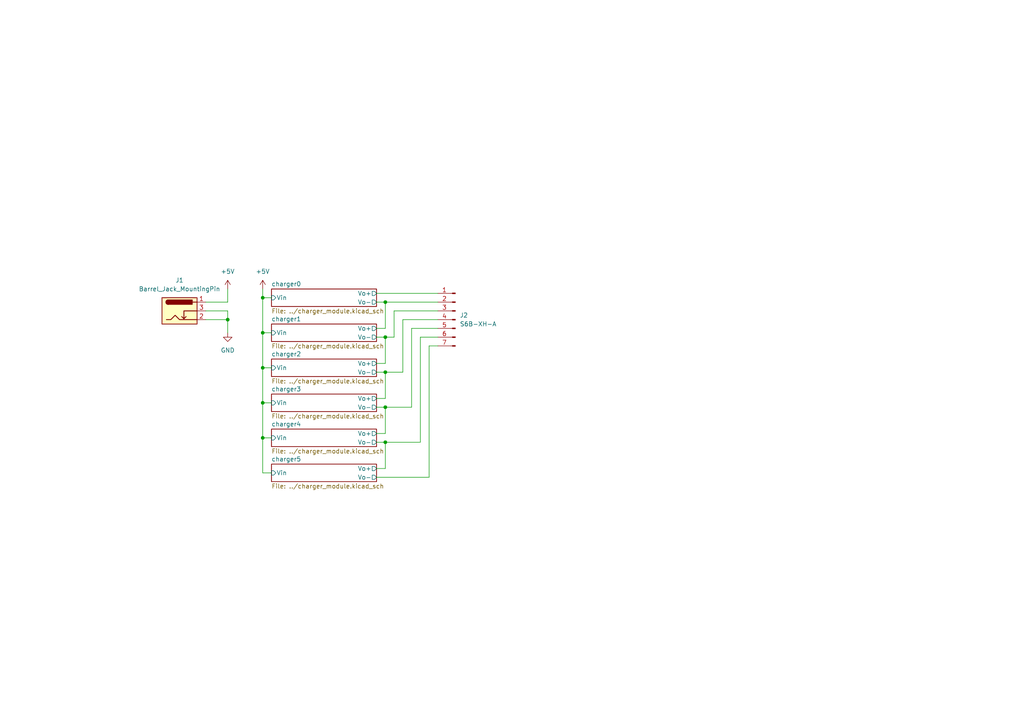
<source format=kicad_sch>
(kicad_sch (version 20230121) (generator eeschema)
  (paper "A4")
  (lib_symbols
    (symbol "Connector:Barrel_Jack_Switch" (pin_names hide)
      (property "Reference" "J" (at 0 5.334 0))
      (property "Value" "Barrel_Jack_Switch" (at 0 -5.08 0))
      (symbol "Barrel_Jack_Switch_0_1"
        (rectangle (start -5.08 3.81) (end 5.08 -3.81) (stroke (width 0.254)) (fill (type background)))
        (arc (start -3.302 3.175) (mid -3.9343 2.54) (end -3.302 1.905) (stroke (width 0.254)))
        (arc (start -3.302 3.175) (mid -3.9343 2.54) (end -3.302 1.905) (stroke (width 0.254)) (fill (type outline)))
        (polyline (pts (xy 1.27 -2.286) (xy 1.905 -1.651)) (stroke (width 0.254)))
        (polyline (pts (xy 5.08 2.54) (xy 3.81 2.54)) (stroke (width 0.254)))
        (polyline (pts (xy 5.08 0) (xy 1.27 0) (xy 1.27 -2.286) (xy 0.635 -1.651)) (stroke (width 0.254)))
        (polyline (pts (xy -3.81 -2.54) (xy -2.54 -2.54) (xy -1.27 -1.27) (xy 0 -2.54) (xy 2.54 -2.54) (xy 5.08 -2.54)) (stroke (width 0.254)))
        (rectangle (start 3.683 3.175) (end -3.302 1.905) (stroke (width 0.254)) (fill (type outline)))
      )
      (symbol "Barrel_Jack_Switch_1_1"
        (pin passive line (at 7.62 2.54 180) (length 2.54) (name "~") (number "1"))
        (pin passive line (at 7.62 -2.54 180) (length 2.54) (name "~") (number "2"))
        (pin passive line (at 7.62 0 180) (length 2.54) (name "~") (number "3"))
      )
    )
    (symbol "Connector:Conn_01x07_Pin" (pin_names (offset 1.016) hide)
      (property "Reference" "J" (at 0 10.16 0))
      (property "Value" "Conn_01x07_Pin" (at 0 -10.16 0))
      (symbol "Conn_01x07_Pin_1_1"
        (polyline (pts (xy 1.27 -7.62) (xy 0.8636 -7.62)) (stroke (width 0.1524)))
        (polyline (pts (xy 1.27 -5.08) (xy 0.8636 -5.08)) (stroke (width 0.1524)))
        (polyline (pts (xy 1.27 -2.54) (xy 0.8636 -2.54)) (stroke (width 0.1524)))
        (polyline (pts (xy 1.27 0) (xy 0.8636 0)) (stroke (width 0.1524)))
        (polyline (pts (xy 1.27 2.54) (xy 0.8636 2.54)) (stroke (width 0.1524)))
        (polyline (pts (xy 1.27 5.08) (xy 0.8636 5.08)) (stroke (width 0.1524)))
        (polyline (pts (xy 1.27 7.62) (xy 0.8636 7.62)) (stroke (width 0.1524)))
        (rectangle (start 0.8636 -7.493) (end 0 -7.747) (stroke (width 0.1524)) (fill (type outline)))
        (rectangle (start 0.8636 -4.953) (end 0 -5.207) (stroke (width 0.1524)) (fill (type outline)))
        (rectangle (start 0.8636 -2.413) (end 0 -2.667) (stroke (width 0.1524)) (fill (type outline)))
        (rectangle (start 0.8636 0.127) (end 0 -0.127) (stroke (width 0.1524)) (fill (type outline)))
        (rectangle (start 0.8636 2.667) (end 0 2.413) (stroke (width 0.1524)) (fill (type outline)))
        (rectangle (start 0.8636 5.207) (end 0 4.953) (stroke (width 0.1524)) (fill (type outline)))
        (rectangle (start 0.8636 7.747) (end 0 7.493) (stroke (width 0.1524)) (fill (type outline)))
        (pin passive line (at 5.08 7.62 180) (length 3.81) (name "Pin_1") (number "1"))
        (pin passive line (at 5.08 5.08 180) (length 3.81) (name "Pin_2") (number "2"))
        (pin passive line (at 5.08 2.54 180) (length 3.81) (name "Pin_3") (number "3"))
        (pin passive line (at 5.08 0 180) (length 3.81) (name "Pin_4") (number "4"))
        (pin passive line (at 5.08 -2.54 180) (length 3.81) (name "Pin_5") (number "5"))
        (pin passive line (at 5.08 -5.08 180) (length 3.81) (name "Pin_6") (number "6"))
        (pin passive line (at 5.08 -7.62 180) (length 3.81) (name "Pin_7") (number "7"))
      )
    )
    (symbol "power:+5V" (power) (pin_names (offset 0))
      (property "Value" "+5V" (at 0 3.556 0))
      (symbol "+5V_0_1"
        (polyline (pts (xy -0.762 1.27) (xy 0 2.54)))
        (polyline (pts (xy 0 0) (xy 0 2.54)))
        (polyline (pts (xy 0 2.54) (xy 0.762 1.27)))
      )
      (symbol "+5V_1_1"
        (pin power_in line (at 0 0 90) (length 0) hide (name "+5V") (number "1"))
      )
    )
    (symbol "power:GND" (power) (pin_names (offset 0))
      (property "Value" "GND" (at 0 -3.81 0))
      (symbol "GND_0_1"
        (polyline (pts (xy 0 0) (xy 0 -1.27) (xy 1.27 -1.27) (xy 0 -2.54) (xy -1.27 -1.27) (xy 0 -1.27)))
      )
      (symbol "GND_1_1"
        (pin power_in line (at 0 0 270) (length 0) hide (name "GND") (number "1"))
      )
    )
  )
  (junction (at 111.76 107.95))
  (junction (at 76.2 116.84))
  (junction (at 76.2 86.36))
  (junction (at 111.76 118.11))
  (junction (at 66.04 92.71))
  (junction (at 76.2 127))
  (junction (at 111.76 87.63))
  (junction (at 76.2 106.68))
  (junction (at 111.76 128.27))
  (junction (at 111.76 97.79))
  (junction (at 76.2 96.52))
  (wire (pts (xy 111.76 125.73) (xy 109.22 125.73)))
  (wire (pts (xy 76.2 96.52) (xy 76.2 106.68)))
  (wire (pts (xy 109.22 87.63) (xy 111.76 87.63)))
  (wire (pts (xy 109.22 97.79) (xy 111.76 97.79)))
  (wire (pts (xy 111.76 115.57) (xy 109.22 115.57)))
  (wire (pts (xy 121.92 128.27) (xy 111.76 128.27)))
  (wire (pts (xy 78.74 86.36) (xy 76.2 86.36)))
  (wire (pts (xy 127 100.33) (xy 124.46 100.33)))
  (wire (pts (xy 127 97.79) (xy 121.92 97.79)))
  (wire (pts (xy 111.76 105.41) (xy 109.22 105.41)))
  (wire (pts (xy 121.92 97.79) (xy 121.92 128.27)))
  (wire (pts (xy 66.04 92.71) (xy 66.04 96.52)))
  (wire (pts (xy 111.76 95.25) (xy 109.22 95.25)))
  (wire (pts (xy 114.3 97.79) (xy 111.76 97.79)))
  (wire (pts (xy 76.2 116.84) (xy 76.2 127)))
  (wire (pts (xy 116.84 92.71) (xy 116.84 107.95)))
  (wire (pts (xy 111.76 87.63) (xy 127 87.63)))
  (wire (pts (xy 111.76 87.63) (xy 111.76 95.25)))
  (wire (pts (xy 109.22 118.11) (xy 111.76 118.11)))
  (wire (pts (xy 66.04 83.82) (xy 66.04 87.63)))
  (wire (pts (xy 76.2 96.52) (xy 78.74 96.52)))
  (wire (pts (xy 59.69 92.71) (xy 66.04 92.71)))
  (wire (pts (xy 111.76 135.89) (xy 109.22 135.89)))
  (wire (pts (xy 111.76 107.95) (xy 111.76 115.57)))
  (wire (pts (xy 111.76 128.27) (xy 111.76 135.89)))
  (wire (pts (xy 76.2 83.82) (xy 76.2 86.36)))
  (wire (pts (xy 76.2 106.68) (xy 78.74 106.68)))
  (wire (pts (xy 114.3 90.17) (xy 114.3 97.79)))
  (wire (pts (xy 124.46 138.43) (xy 109.22 138.43)))
  (wire (pts (xy 124.46 100.33) (xy 124.46 138.43)))
  (wire (pts (xy 127 95.25) (xy 119.38 95.25)))
  (wire (pts (xy 76.2 106.68) (xy 76.2 116.84)))
  (wire (pts (xy 116.84 107.95) (xy 111.76 107.95)))
  (wire (pts (xy 76.2 137.16) (xy 78.74 137.16)))
  (wire (pts (xy 109.22 107.95) (xy 111.76 107.95)))
  (wire (pts (xy 111.76 118.11) (xy 111.76 125.73)))
  (wire (pts (xy 76.2 127) (xy 76.2 137.16)))
  (wire (pts (xy 66.04 87.63) (xy 59.69 87.63)))
  (wire (pts (xy 127 90.17) (xy 114.3 90.17)))
  (wire (pts (xy 119.38 95.25) (xy 119.38 118.11)))
  (wire (pts (xy 119.38 118.11) (xy 111.76 118.11)))
  (wire (pts (xy 76.2 116.84) (xy 78.74 116.84)))
  (wire (pts (xy 59.69 90.17) (xy 66.04 90.17)))
  (wire (pts (xy 111.76 97.79) (xy 111.76 105.41)))
  (wire (pts (xy 127 92.71) (xy 116.84 92.71)))
  (wire (pts (xy 76.2 86.36) (xy 76.2 96.52)))
  (wire (pts (xy 109.22 85.09) (xy 127 85.09)))
  (wire (pts (xy 109.22 128.27) (xy 111.76 128.27)))
  (wire (pts (xy 66.04 90.17) (xy 66.04 92.71)))
  (wire (pts (xy 76.2 127) (xy 78.74 127)))
  (symbol (lib_id "power:GND") (at 66.04 96.52 0) (unit 1)
    (property "Reference" "#PWR02" (effects hide))
    (property "Value" "GND" (at 66.04 101.6 0))
  )
  (symbol (lib_id "Connector:Barrel_Jack_Switch") (at 52.07 90.17 0) (unit 1)
    (property "Reference" "J1" (at 52.07 81.28 0))
    (property "Value" "Barrel_Jack_MountingPin" (at 52.07 83.82 0))
    (property "Footprint" "Connector_BarrelJack:BarrelJack_CUI_PJ-102AH_Horizontal" (effects hide))
    (property "Datasheet" "https://www.cuidevices.com/product/resource/pj-002a.pdf" (effects hide))
    (property "Supplier" "DigiKey" (effects hide))
    (property "Supplier Part Number" "CP-002A-ND" (effects hide))
    (property "Manufacturer Part Number" "PJ-002A" (effects hide))
  )
  (symbol (lib_id "power:+5V") (at 66.04 83.82 0) (unit 1)
    (property "Reference" "#PWR01" (effects hide))
    (property "Value" "+5V" (at 66.04 78.74 0))
  )
  (symbol (lib_id "Connector:Conn_01x07_Pin") (at 132.08 92.71 0) (mirror y) (unit 1)
    (property "Reference" "J2" (at 133.35 91.44 0) (effects (justify right)))
    (property "Value" "S6B-XH-A" (at 133.35 93.98 0) (effects (justify right)))
    (property "Footprint" "Connector_JST:JST_XH_S7B-XH-A_1x07_P2.50mm_Horizontal" (effects hide))
    (property "Datasheet" "~https://www.jst-mfg.com/product/pdf/eng/eXH.pdf" (effects hide))
    (property "Supplier" "DigiKey" (effects hide))
    (property "Supplier Part Number" "455-S6B-XH-A-ND" (effects hide))
    (property "Manufacturer Part Number" "S6B-XH-A" (effects hide))
  )
  (symbol (lib_id "power:+5V") (at 76.2 83.82 0) (unit 1)
    (property "Reference" "#PWR03" (effects hide))
    (property "Value" "+5V" (at 76.2 78.74 0))
  )
  (sheet (at 78.74 93.98) (size 30.48 5.08) (stroke (width 0.1524))
    (property "Sheetname" "charger1" (at 78.74 93.2684 0) (effects (justify left bottom)))
    (property "Sheetfile" "../charger_module.kicad_sch" (at 78.74 99.6446 0) (effects (justify left top)))
    (pin "Vin" input (at 78.74 96.52 180))
    (pin "Vo-" output (at 109.22 97.79 0))
    (pin "Vo+" output (at 109.22 95.25 0))
  )
  (sheet (at 78.74 134.62) (size 30.48 5.08) (stroke (width 0.1524))
    (property "Sheetname" "charger5" (at 78.74 133.9084 0) (effects (justify left bottom)))
    (property "Sheetfile" "../charger_module.kicad_sch" (at 78.74 140.2846 0) (effects (justify left top)))
    (pin "Vin" input (at 78.74 137.16 180))
    (pin "Vo-" output (at 109.22 138.43 0))
    (pin "Vo+" output (at 109.22 135.89 0))
  )
  (sheet (at 78.74 114.3) (size 30.48 5.08) (stroke (width 0.1524))
    (property "Sheetname" "charger3" (at 78.74 113.5884 0) (effects (justify left bottom)))
    (property "Sheetfile" "../charger_module.kicad_sch" (at 78.74 119.9646 0) (effects (justify left top)))
    (pin "Vin" input (at 78.74 116.84 180))
    (pin "Vo-" output (at 109.22 118.11 0))
    (pin "Vo+" output (at 109.22 115.57 0))
  )
  (sheet (at 78.74 124.46) (size 30.48 5.08) (stroke (width 0.1524))
    (property "Sheetname" "charger4" (at 78.74 123.7484 0) (effects (justify left bottom)))
    (property "Sheetfile" "../charger_module.kicad_sch" (at 78.74 130.1246 0) (effects (justify left top)))
    (pin "Vin" input (at 78.74 127 180))
    (pin "Vo-" output (at 109.22 128.27 0))
    (pin "Vo+" output (at 109.22 125.73 0))
  )
  (sheet (at 78.74 83.82) (size 30.48 5.08) (stroke (width 0.1524))
    (property "Sheetname" "charger0" (at 78.74 83.1084 0) (effects (justify left bottom)))
    (property "Sheetfile" "../charger_module.kicad_sch" (at 78.74 89.4846 0) (effects (justify left top)))
    (pin "Vin" input (at 78.74 86.36 180))
    (pin "Vo-" output (at 109.22 87.63 0))
    (pin "Vo+" output (at 109.22 85.09 0))
  )
  (sheet (at 78.74 104.14) (size 30.48 5.08) (stroke (width 0.1524))
    (property "Sheetname" "charger2" (at 78.74 103.4284 0) (effects (justify left bottom)))
    (property "Sheetfile" "../charger_module.kicad_sch" (at 78.74 109.8046 0) (effects (justify left top)))
    (pin "Vin" input (at 78.74 106.68 180))
    (pin "Vo-" output (at 109.22 107.95 0))
    (pin "Vo+" output (at 109.22 105.41 0))
  )
)
</source>
